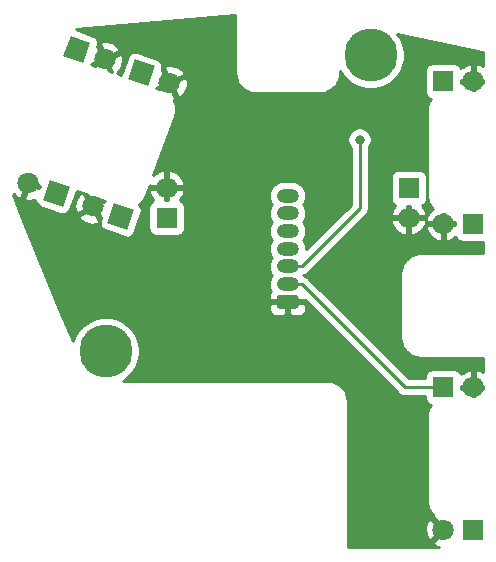
<source format=gbr>
%TF.GenerationSoftware,KiCad,Pcbnew,5.1.6-c6e7f7d~86~ubuntu18.04.1*%
%TF.CreationDate,2021-04-26T01:41:27-07:00*%
%TF.ProjectId,thumb_cluster_left,7468756d-625f-4636-9c75-737465725f6c,rev?*%
%TF.SameCoordinates,Original*%
%TF.FileFunction,Copper,L1,Top*%
%TF.FilePolarity,Positive*%
%FSLAX46Y46*%
G04 Gerber Fmt 4.6, Leading zero omitted, Abs format (unit mm)*
G04 Created by KiCad (PCBNEW 5.1.6-c6e7f7d~86~ubuntu18.04.1) date 2021-04-26 01:41:27*
%MOMM*%
%LPD*%
G01*
G04 APERTURE LIST*
%TA.AperFunction,ComponentPad*%
%ADD10C,4.500000*%
%TD*%
%TA.AperFunction,ComponentPad*%
%ADD11O,1.870000X1.170000*%
%TD*%
%TA.AperFunction,ComponentPad*%
%ADD12C,0.100000*%
%TD*%
%TA.AperFunction,ComponentPad*%
%ADD13C,1.800000*%
%TD*%
%TA.AperFunction,ComponentPad*%
%ADD14R,1.800000X1.800000*%
%TD*%
%TA.AperFunction,ViaPad*%
%ADD15C,0.800000*%
%TD*%
%TA.AperFunction,Conductor*%
%ADD16C,0.250000*%
%TD*%
%TA.AperFunction,Conductor*%
%ADD17C,0.254000*%
%TD*%
G04 APERTURE END LIST*
D10*
%TO.P,H2,1*%
%TO.N,GND*%
X164268872Y-66312121D03*
%TD*%
%TO.P,H1,1*%
%TO.N,GND*%
X141845155Y-91366078D03*
%TD*%
D11*
%TO.P,J1,7*%
%TO.N,GND*%
X157250000Y-78200000D03*
%TO.P,J1,6*%
%TO.N,C5*%
X157250000Y-79700000D03*
%TO.P,J1,5*%
%TO.N,C4*%
X157250000Y-81200000D03*
%TO.P,J1,4*%
%TO.N,C3*%
X157250000Y-82700000D03*
%TO.P,J1,3*%
%TO.N,C2*%
X157250000Y-84200000D03*
%TO.P,J1,2*%
%TO.N,C1*%
X157250000Y-85700000D03*
%TO.P,J1,1*%
%TO.N,+5V*%
%TA.AperFunction,ComponentPad*%
G36*
G01*
X157935001Y-87785000D02*
X156564999Y-87785000D01*
G75*
G02*
X156315000Y-87535001I0J249999D01*
G01*
X156315000Y-86864999D01*
G75*
G02*
X156564999Y-86615000I249999J0D01*
G01*
X157935001Y-86615000D01*
G75*
G02*
X158185000Y-86864999I0J-249999D01*
G01*
X158185000Y-87535001D01*
G75*
G02*
X157935001Y-87785000I-249999J0D01*
G01*
G37*
%TD.AperFunction*%
%TD*%
%TA.AperFunction,ComponentPad*%
D12*
%TO.P,IR4,1*%
%TO.N,Net-(IR4-Pad1)*%
G36*
X144275062Y-79441739D02*
G01*
X143659426Y-81133185D01*
X141967980Y-80517549D01*
X142583616Y-78826103D01*
X144275062Y-79441739D01*
G37*
%TD.AperFunction*%
D13*
%TO.P,IR4,2*%
%TO.N,+5V*%
X140734702Y-79110913D03*
%TD*%
%TA.AperFunction,ComponentPad*%
D12*
%TO.P,PT4,1*%
%TO.N,C4*%
G36*
X143702505Y-68325523D02*
G01*
X144318141Y-66634077D01*
X146009587Y-67249713D01*
X145393951Y-68941159D01*
X143702505Y-68325523D01*
G37*
%TD.AperFunction*%
D13*
%TO.P,PT4,2*%
%TO.N,+5V*%
X147242865Y-68656349D03*
%TD*%
%TA.AperFunction,ComponentPad*%
D12*
%TO.P,PT5,1*%
%TO.N,C5*%
G36*
X138252286Y-66341805D02*
G01*
X138867922Y-64650359D01*
X140559368Y-65265995D01*
X139943732Y-66957441D01*
X138252286Y-66341805D01*
G37*
%TD.AperFunction*%
D13*
%TO.P,PT5,2*%
%TO.N,+5V*%
X141792646Y-66672631D03*
%TD*%
%TA.AperFunction,ComponentPad*%
D12*
%TO.P,IR5,1*%
%TO.N,Net-(IR5-Pad1)*%
G36*
X138824845Y-77458024D02*
G01*
X138209209Y-79149470D01*
X136517763Y-78533834D01*
X137133399Y-76842388D01*
X138824845Y-77458024D01*
G37*
%TD.AperFunction*%
D13*
%TO.P,IR5,2*%
%TO.N,+5V*%
X135284485Y-77127198D03*
%TD*%
D14*
%TO.P,PT1,1*%
%TO.N,C1*%
X170429999Y-94422918D03*
D13*
%TO.P,PT1,2*%
%TO.N,+5V*%
X172969999Y-94422918D03*
%TD*%
D14*
%TO.P,IR2,1*%
%TO.N,Net-(IR2-Pad1)*%
X172969999Y-80574999D03*
D13*
%TO.P,IR2,2*%
%TO.N,+5V*%
X170429999Y-80574999D03*
%TD*%
D14*
%TO.P,PT3,1*%
%TO.N,C3*%
X147000000Y-80070000D03*
D13*
%TO.P,PT3,2*%
%TO.N,+5V*%
X147000000Y-77530000D03*
%TD*%
D14*
%TO.P,IR3,1*%
%TO.N,Net-(IR3-Pad1)*%
X167499999Y-77530000D03*
D13*
%TO.P,IR3,2*%
%TO.N,+5V*%
X167499999Y-80070000D03*
%TD*%
D14*
%TO.P,IR1,1*%
%TO.N,Net-(IR1-Pad1)*%
X172969999Y-106472918D03*
D13*
%TO.P,IR1,2*%
%TO.N,+5V*%
X170429999Y-106472918D03*
%TD*%
D14*
%TO.P,PT2,1*%
%TO.N,C2*%
X170429998Y-68524999D03*
D13*
%TO.P,PT2,2*%
%TO.N,+5V*%
X172969998Y-68524999D03*
%TD*%
D15*
%TO.N,C2*%
X163345154Y-73466079D03*
%TD*%
D16*
%TO.N,C5*%
X158011235Y-79700000D02*
X157250000Y-79700000D01*
%TO.N,C2*%
X158435000Y-84200000D02*
X157250000Y-84200000D01*
X163345155Y-79289845D02*
X158435000Y-84200000D01*
X163345155Y-74031765D02*
X163345155Y-79289845D01*
X163345154Y-73466079D02*
X163345155Y-74031765D01*
%TO.N,C1*%
X158450000Y-85700000D02*
X167172917Y-94422918D01*
X167172917Y-94422918D02*
X170429999Y-94422918D01*
X157249999Y-85699999D02*
X158450000Y-85700000D01*
%TD*%
D17*
%TO.N,+5V*%
G36*
X152814999Y-67836103D02*
G01*
X152818092Y-67867502D01*
X152818049Y-67873597D01*
X152819050Y-67883811D01*
X152839451Y-68077907D01*
X152852843Y-68143148D01*
X152865328Y-68208597D01*
X152868294Y-68218422D01*
X152926006Y-68404860D01*
X152951838Y-68466312D01*
X152976778Y-68528039D01*
X152981595Y-68537101D01*
X153074421Y-68708778D01*
X153111690Y-68764031D01*
X153148148Y-68819745D01*
X153154634Y-68827698D01*
X153279037Y-68978076D01*
X153326344Y-69025054D01*
X153372916Y-69072612D01*
X153380823Y-69079154D01*
X153532066Y-69202505D01*
X153587589Y-69239395D01*
X153642519Y-69277006D01*
X153651541Y-69281884D01*
X153651545Y-69281887D01*
X153651549Y-69281889D01*
X153823867Y-69373512D01*
X153885499Y-69398915D01*
X153946688Y-69425141D01*
X153956487Y-69428175D01*
X153956493Y-69428177D01*
X154143327Y-69484585D01*
X154208687Y-69497527D01*
X154273835Y-69511374D01*
X154284041Y-69512447D01*
X154478276Y-69531492D01*
X154478277Y-69531492D01*
X154513895Y-69535000D01*
X159986105Y-69534997D01*
X160017495Y-69531905D01*
X160023599Y-69531948D01*
X160033812Y-69530947D01*
X160227908Y-69510546D01*
X160293156Y-69497153D01*
X160358597Y-69484669D01*
X160368422Y-69481703D01*
X160554860Y-69423991D01*
X160616312Y-69398159D01*
X160678039Y-69373219D01*
X160687101Y-69368402D01*
X160858778Y-69275576D01*
X160914059Y-69238288D01*
X160969746Y-69201847D01*
X160977699Y-69195362D01*
X161128076Y-69070959D01*
X161175054Y-69023652D01*
X161222611Y-68977081D01*
X161229153Y-68969174D01*
X161352503Y-68817932D01*
X161389382Y-68762424D01*
X161427004Y-68707479D01*
X161431885Y-68698452D01*
X161523510Y-68526131D01*
X161548909Y-68464510D01*
X161575140Y-68403307D01*
X161578175Y-68393504D01*
X161634583Y-68206668D01*
X161647529Y-68141283D01*
X161661371Y-68076163D01*
X161662444Y-68065957D01*
X161681071Y-67875988D01*
X161684999Y-67836105D01*
X161684999Y-67612968D01*
X161712218Y-67678681D01*
X162027946Y-68151201D01*
X162429792Y-68553047D01*
X162902312Y-68868775D01*
X163427349Y-69086252D01*
X163984724Y-69197121D01*
X164553020Y-69197121D01*
X165110395Y-69086252D01*
X165635432Y-68868775D01*
X166107952Y-68553047D01*
X166509798Y-68151201D01*
X166825526Y-67678681D01*
X167043003Y-67153644D01*
X167153872Y-66596269D01*
X167153872Y-66027973D01*
X167043003Y-65470598D01*
X166825526Y-64945561D01*
X166514936Y-64480730D01*
X173667277Y-66028450D01*
X173680904Y-66030023D01*
X173741611Y-66040811D01*
X173752792Y-66045165D01*
X173762911Y-66051606D01*
X173771586Y-66059889D01*
X173778492Y-66069707D01*
X173783357Y-66080674D01*
X173786000Y-66092376D01*
X173787099Y-66133733D01*
X173786253Y-66142685D01*
X173789999Y-67101740D01*
X173789999Y-67221161D01*
X173770790Y-67206737D01*
X173498223Y-67075840D01*
X173335904Y-67026602D01*
X173096998Y-67147163D01*
X173096998Y-68218391D01*
X172984139Y-68331250D01*
X173163747Y-68510858D01*
X173276606Y-68397999D01*
X173790000Y-68397999D01*
X173790001Y-68651999D01*
X173276606Y-68651999D01*
X173163747Y-68539140D01*
X172984139Y-68718748D01*
X173096998Y-68831607D01*
X173096998Y-69289999D01*
X172842998Y-69289999D01*
X172842998Y-68831607D01*
X172955857Y-68718748D01*
X172776249Y-68539140D01*
X172663390Y-68651999D01*
X171968070Y-68651999D01*
X171968070Y-68397999D01*
X172663390Y-68397999D01*
X172776249Y-68510858D01*
X172955857Y-68331250D01*
X172842998Y-68218391D01*
X172842998Y-67147163D01*
X172604092Y-67026602D01*
X172318800Y-67126778D01*
X172058533Y-67280687D01*
X171977694Y-67353087D01*
X171969576Y-67344969D01*
X171922811Y-67391734D01*
X171919500Y-67380819D01*
X171860535Y-67270505D01*
X171781183Y-67173814D01*
X171684492Y-67094462D01*
X171574178Y-67035497D01*
X171454480Y-66999187D01*
X171329998Y-66986927D01*
X169529998Y-66986927D01*
X169405516Y-66999187D01*
X169285818Y-67035497D01*
X169175504Y-67094462D01*
X169078813Y-67173814D01*
X168999461Y-67270505D01*
X168940496Y-67380819D01*
X168904186Y-67500517D01*
X168891926Y-67624999D01*
X168891926Y-69424999D01*
X168904186Y-69549481D01*
X168940496Y-69669179D01*
X168999461Y-69779493D01*
X169078813Y-69876184D01*
X169175504Y-69955536D01*
X169285818Y-70014501D01*
X169353844Y-70035136D01*
X169335605Y-70062589D01*
X169297991Y-70117523D01*
X169293109Y-70126550D01*
X169201485Y-70298870D01*
X169176087Y-70360491D01*
X169149858Y-70421689D01*
X169146823Y-70431492D01*
X169090414Y-70618328D01*
X169077471Y-70683696D01*
X169063625Y-70748837D01*
X169062552Y-70759043D01*
X169043507Y-70953277D01*
X169043507Y-70953286D01*
X169040000Y-70988894D01*
X169039999Y-78111103D01*
X169043092Y-78142502D01*
X169043049Y-78148597D01*
X169044050Y-78158811D01*
X169064451Y-78352907D01*
X169077848Y-78418172D01*
X169090329Y-78483598D01*
X169093295Y-78493423D01*
X169151006Y-78679860D01*
X169176840Y-78741317D01*
X169201776Y-78803035D01*
X169206592Y-78812093D01*
X169206594Y-78812098D01*
X169206597Y-78812102D01*
X169299419Y-78983773D01*
X169336659Y-79038984D01*
X169373147Y-79094744D01*
X169379633Y-79102697D01*
X169504036Y-79253075D01*
X169551328Y-79300038D01*
X169558309Y-79307166D01*
X169518534Y-79330687D01*
X169293294Y-79532414D01*
X169111737Y-79774207D01*
X168980840Y-80046774D01*
X168931602Y-80209093D01*
X169052163Y-80447999D01*
X170302999Y-80447999D01*
X170302999Y-79739860D01*
X170368326Y-79759583D01*
X170433718Y-79772531D01*
X170498834Y-79786372D01*
X170509040Y-79787445D01*
X170556999Y-79792147D01*
X170556999Y-80268391D01*
X170444140Y-80381250D01*
X170623748Y-80560858D01*
X170736607Y-80447999D01*
X171431927Y-80447999D01*
X171431927Y-80701999D01*
X170736607Y-80701999D01*
X170623748Y-80589140D01*
X170444140Y-80768748D01*
X170556999Y-80881607D01*
X170556999Y-81952835D01*
X170795905Y-82073396D01*
X171081197Y-81973220D01*
X171341464Y-81819311D01*
X171422303Y-81746911D01*
X171430421Y-81755029D01*
X171477186Y-81708264D01*
X171480497Y-81719179D01*
X171539462Y-81829493D01*
X171618814Y-81926184D01*
X171715505Y-82005536D01*
X171825819Y-82064501D01*
X171945517Y-82100811D01*
X172069999Y-82113071D01*
X173789999Y-82113071D01*
X173789999Y-83063959D01*
X168488895Y-83063959D01*
X168457496Y-83067052D01*
X168451402Y-83067009D01*
X168441188Y-83068010D01*
X168247091Y-83088411D01*
X168181843Y-83101804D01*
X168116402Y-83114288D01*
X168106577Y-83117254D01*
X167920139Y-83174966D01*
X167858720Y-83200784D01*
X167796962Y-83225736D01*
X167787901Y-83230554D01*
X167616224Y-83323379D01*
X167560977Y-83360644D01*
X167505252Y-83397109D01*
X167497299Y-83403595D01*
X167346921Y-83527999D01*
X167299944Y-83575305D01*
X167252387Y-83621876D01*
X167245845Y-83629783D01*
X167122495Y-83781025D01*
X167085608Y-83836544D01*
X167047994Y-83891479D01*
X167043112Y-83900506D01*
X166951487Y-84072828D01*
X166926086Y-84134455D01*
X166899859Y-84195648D01*
X166896824Y-84205451D01*
X166840415Y-84392287D01*
X166827467Y-84457679D01*
X166813626Y-84522795D01*
X166812553Y-84533001D01*
X166793508Y-84727235D01*
X166790000Y-84762854D01*
X166789999Y-90235063D01*
X166793092Y-90266462D01*
X166793049Y-90272557D01*
X166794050Y-90282771D01*
X166814451Y-90476867D01*
X166827844Y-90542111D01*
X166840327Y-90607554D01*
X166843293Y-90617378D01*
X166901004Y-90803816D01*
X166926836Y-90865270D01*
X166951777Y-90926999D01*
X166956594Y-90936061D01*
X167049420Y-91107738D01*
X167086689Y-91162991D01*
X167123147Y-91218705D01*
X167129633Y-91226658D01*
X167254036Y-91377036D01*
X167301343Y-91424014D01*
X167347915Y-91471572D01*
X167355822Y-91478114D01*
X167507065Y-91601465D01*
X167562588Y-91638355D01*
X167617518Y-91675966D01*
X167626540Y-91680844D01*
X167626544Y-91680847D01*
X167626548Y-91680849D01*
X167798866Y-91772472D01*
X167860498Y-91797875D01*
X167921687Y-91824101D01*
X167931486Y-91827135D01*
X167931492Y-91827137D01*
X168118326Y-91883545D01*
X168183718Y-91896493D01*
X168248834Y-91910334D01*
X168259040Y-91911407D01*
X168453273Y-91930452D01*
X168453287Y-91930452D01*
X168488895Y-91933959D01*
X173789999Y-91933957D01*
X173790000Y-93119079D01*
X173770791Y-93104656D01*
X173498224Y-92973759D01*
X173335905Y-92924521D01*
X173096999Y-93045082D01*
X173096999Y-94116310D01*
X172984140Y-94229169D01*
X173163748Y-94408777D01*
X173276607Y-94295918D01*
X173790000Y-94295918D01*
X173790000Y-94549918D01*
X173276607Y-94549918D01*
X173163748Y-94437059D01*
X172984140Y-94616667D01*
X173096999Y-94729526D01*
X173096999Y-95187918D01*
X172842999Y-95187918D01*
X172842999Y-94729526D01*
X172955858Y-94616667D01*
X172776250Y-94437059D01*
X172663391Y-94549918D01*
X171968071Y-94549918D01*
X171968071Y-94295918D01*
X172663391Y-94295918D01*
X172776250Y-94408777D01*
X172955858Y-94229169D01*
X172842999Y-94116310D01*
X172842999Y-93045082D01*
X172604093Y-92924521D01*
X172318801Y-93024697D01*
X172058534Y-93178606D01*
X171977695Y-93251006D01*
X171969577Y-93242888D01*
X171922812Y-93289653D01*
X171919501Y-93278738D01*
X171860536Y-93168424D01*
X171781184Y-93071733D01*
X171684493Y-92992381D01*
X171574179Y-92933416D01*
X171454481Y-92897106D01*
X171329999Y-92884846D01*
X169529999Y-92884846D01*
X169405517Y-92897106D01*
X169285819Y-92933416D01*
X169175505Y-92992381D01*
X169078814Y-93071733D01*
X168999462Y-93168424D01*
X168940497Y-93278738D01*
X168904187Y-93398436D01*
X168891927Y-93522918D01*
X168891927Y-93662918D01*
X167487719Y-93662918D01*
X159013799Y-85188998D01*
X158990001Y-85160000D01*
X158941284Y-85120019D01*
X158874276Y-85065026D01*
X158742246Y-84994454D01*
X158598986Y-84950998D01*
X158581358Y-84949262D01*
X158583986Y-84949003D01*
X158727247Y-84905546D01*
X158859276Y-84834974D01*
X158975001Y-84740001D01*
X158998804Y-84710997D01*
X163273895Y-80435906D01*
X166001602Y-80435906D01*
X166101778Y-80721198D01*
X166255687Y-80981465D01*
X166457414Y-81206705D01*
X166699207Y-81388262D01*
X166971774Y-81519159D01*
X167134093Y-81568397D01*
X167372999Y-81447836D01*
X167372999Y-80197000D01*
X167626999Y-80197000D01*
X167626999Y-81447836D01*
X167865905Y-81568397D01*
X168151197Y-81468221D01*
X168411464Y-81314312D01*
X168636704Y-81112585D01*
X168765614Y-80940905D01*
X168931602Y-80940905D01*
X169031778Y-81226197D01*
X169185687Y-81486464D01*
X169387414Y-81711704D01*
X169629207Y-81893261D01*
X169901774Y-82024158D01*
X170064093Y-82073396D01*
X170302999Y-81952835D01*
X170302999Y-80701999D01*
X169052163Y-80701999D01*
X168931602Y-80940905D01*
X168765614Y-80940905D01*
X168818261Y-80870792D01*
X168949158Y-80598225D01*
X168998396Y-80435906D01*
X168877835Y-80197000D01*
X167626999Y-80197000D01*
X167372999Y-80197000D01*
X166122163Y-80197000D01*
X166001602Y-80435906D01*
X163273895Y-80435906D01*
X163856158Y-79853644D01*
X163885156Y-79829846D01*
X163980129Y-79714121D01*
X164050701Y-79582092D01*
X164094158Y-79438831D01*
X164105155Y-79327178D01*
X164105155Y-79327170D01*
X164108831Y-79289845D01*
X164105155Y-79252520D01*
X164105155Y-76630000D01*
X165961927Y-76630000D01*
X165961927Y-78430000D01*
X165974187Y-78554482D01*
X166010497Y-78674180D01*
X166069462Y-78784494D01*
X166148814Y-78881185D01*
X166245505Y-78960537D01*
X166355819Y-79019502D01*
X166366734Y-79022813D01*
X166319969Y-79069578D01*
X166326632Y-79076241D01*
X166181737Y-79269208D01*
X166050840Y-79541775D01*
X166001602Y-79704094D01*
X166122163Y-79943000D01*
X167193391Y-79943000D01*
X167306250Y-80055859D01*
X167485858Y-79876251D01*
X167372999Y-79763392D01*
X167372999Y-79068072D01*
X167626999Y-79068072D01*
X167626999Y-79763392D01*
X167514140Y-79876251D01*
X167693748Y-80055859D01*
X167806607Y-79943000D01*
X168877835Y-79943000D01*
X168998396Y-79704094D01*
X168898220Y-79418802D01*
X168744311Y-79158535D01*
X168671911Y-79077696D01*
X168680029Y-79069578D01*
X168633264Y-79022813D01*
X168644179Y-79019502D01*
X168754493Y-78960537D01*
X168851184Y-78881185D01*
X168930536Y-78784494D01*
X168989501Y-78674180D01*
X169025811Y-78554482D01*
X169038071Y-78430000D01*
X169038071Y-76630000D01*
X169025811Y-76505518D01*
X168989501Y-76385820D01*
X168930536Y-76275506D01*
X168851184Y-76178815D01*
X168754493Y-76099463D01*
X168644179Y-76040498D01*
X168524481Y-76004188D01*
X168399999Y-75991928D01*
X166599999Y-75991928D01*
X166475517Y-76004188D01*
X166355819Y-76040498D01*
X166245505Y-76099463D01*
X166148814Y-76178815D01*
X166069462Y-76275506D01*
X166010497Y-76385820D01*
X165974187Y-76505518D01*
X165961927Y-76630000D01*
X164105155Y-76630000D01*
X164105155Y-74169789D01*
X164149091Y-74125853D01*
X164262359Y-73956335D01*
X164340380Y-73767977D01*
X164380154Y-73568018D01*
X164380154Y-73364140D01*
X164340380Y-73164181D01*
X164262359Y-72975823D01*
X164149091Y-72806305D01*
X164004928Y-72662142D01*
X163835410Y-72548874D01*
X163647052Y-72470853D01*
X163447093Y-72431079D01*
X163243215Y-72431079D01*
X163043256Y-72470853D01*
X162854898Y-72548874D01*
X162685380Y-72662142D01*
X162541217Y-72806305D01*
X162427949Y-72975823D01*
X162349928Y-73164181D01*
X162310154Y-73364140D01*
X162310154Y-73568018D01*
X162349928Y-73767977D01*
X162427949Y-73956335D01*
X162541217Y-74125853D01*
X162585155Y-74169791D01*
X162585156Y-78975042D01*
X158822156Y-82738043D01*
X158825903Y-82700000D01*
X158802348Y-82460838D01*
X158732587Y-82230867D01*
X158619301Y-82018925D01*
X158562736Y-81950000D01*
X158619301Y-81881075D01*
X158732587Y-81669133D01*
X158802348Y-81439162D01*
X158825903Y-81200000D01*
X158802348Y-80960838D01*
X158732587Y-80730867D01*
X158619301Y-80518925D01*
X158562736Y-80450000D01*
X158619301Y-80381075D01*
X158732587Y-80169133D01*
X158802348Y-79939162D01*
X158825903Y-79700000D01*
X158802348Y-79460838D01*
X158732587Y-79230867D01*
X158619301Y-79018925D01*
X158562736Y-78950000D01*
X158619301Y-78881075D01*
X158732587Y-78669133D01*
X158802348Y-78439162D01*
X158825903Y-78200000D01*
X158802348Y-77960838D01*
X158732587Y-77730867D01*
X158619301Y-77518925D01*
X158466844Y-77333156D01*
X158281075Y-77180699D01*
X158069133Y-77067413D01*
X157839162Y-76997652D01*
X157659935Y-76980000D01*
X156840065Y-76980000D01*
X156660838Y-76997652D01*
X156430867Y-77067413D01*
X156218925Y-77180699D01*
X156033156Y-77333156D01*
X155880699Y-77518925D01*
X155767413Y-77730867D01*
X155697652Y-77960838D01*
X155674097Y-78200000D01*
X155697652Y-78439162D01*
X155767413Y-78669133D01*
X155880699Y-78881075D01*
X155937264Y-78950000D01*
X155880699Y-79018925D01*
X155767413Y-79230867D01*
X155697652Y-79460838D01*
X155674097Y-79700000D01*
X155697652Y-79939162D01*
X155767413Y-80169133D01*
X155880699Y-80381075D01*
X155937264Y-80450000D01*
X155880699Y-80518925D01*
X155767413Y-80730867D01*
X155697652Y-80960838D01*
X155674097Y-81200000D01*
X155697652Y-81439162D01*
X155767413Y-81669133D01*
X155880699Y-81881075D01*
X155937264Y-81950000D01*
X155880699Y-82018925D01*
X155767413Y-82230867D01*
X155697652Y-82460838D01*
X155674097Y-82700000D01*
X155697652Y-82939162D01*
X155767413Y-83169133D01*
X155880699Y-83381075D01*
X155937264Y-83450000D01*
X155880699Y-83518925D01*
X155767413Y-83730867D01*
X155697652Y-83960838D01*
X155674097Y-84200000D01*
X155697652Y-84439162D01*
X155767413Y-84669133D01*
X155880699Y-84881075D01*
X155937264Y-84950000D01*
X155880699Y-85018925D01*
X155767413Y-85230867D01*
X155697652Y-85460838D01*
X155674097Y-85700000D01*
X155697652Y-85939162D01*
X155767413Y-86169133D01*
X155803714Y-86237048D01*
X155784463Y-86260506D01*
X155725498Y-86370820D01*
X155689188Y-86490518D01*
X155676928Y-86615000D01*
X155680000Y-86914250D01*
X155838750Y-87073000D01*
X157123000Y-87073000D01*
X157123000Y-87053000D01*
X157377000Y-87053000D01*
X157377000Y-87073000D01*
X158661250Y-87073000D01*
X158704724Y-87029526D01*
X166609118Y-94933921D01*
X166632916Y-94962919D01*
X166748641Y-95057892D01*
X166880670Y-95128464D01*
X167023931Y-95171921D01*
X167135584Y-95182918D01*
X167135593Y-95182918D01*
X167172916Y-95186594D01*
X167210239Y-95182918D01*
X168891927Y-95182918D01*
X168891927Y-95322918D01*
X168904187Y-95447400D01*
X168940497Y-95567098D01*
X168999462Y-95677412D01*
X169078814Y-95774103D01*
X169175505Y-95853455D01*
X169285819Y-95912420D01*
X169353844Y-95933055D01*
X169335607Y-95960503D01*
X169297993Y-96015438D01*
X169293111Y-96024465D01*
X169201486Y-96196787D01*
X169176085Y-96258414D01*
X169149858Y-96319607D01*
X169146823Y-96329410D01*
X169090414Y-96516246D01*
X169077466Y-96581638D01*
X169063625Y-96646754D01*
X169062552Y-96656960D01*
X169043507Y-96851194D01*
X169043507Y-96851226D01*
X169040002Y-96886813D01*
X169040001Y-104009022D01*
X169043094Y-104040421D01*
X169043051Y-104046516D01*
X169044052Y-104056730D01*
X169064453Y-104250826D01*
X169077850Y-104316091D01*
X169090331Y-104381517D01*
X169093297Y-104391342D01*
X169151008Y-104577779D01*
X169176842Y-104639236D01*
X169201778Y-104700954D01*
X169206594Y-104710012D01*
X169206596Y-104710017D01*
X169206599Y-104710021D01*
X169299421Y-104881692D01*
X169336680Y-104936932D01*
X169373151Y-104992664D01*
X169379636Y-105000617D01*
X169504039Y-105150994D01*
X169551346Y-105197972D01*
X169597917Y-105245529D01*
X169598996Y-105246422D01*
X169545524Y-105408838D01*
X170429999Y-106293313D01*
X170444142Y-106279171D01*
X170623747Y-106458776D01*
X170609604Y-106472918D01*
X170623747Y-106487061D01*
X170444142Y-106666666D01*
X170429999Y-106652523D01*
X169545524Y-107536998D01*
X169629207Y-107791179D01*
X169901774Y-107922076D01*
X170055459Y-107961542D01*
X162334998Y-107958645D01*
X162334998Y-106539471D01*
X168889008Y-106539471D01*
X168931602Y-106838825D01*
X169031777Y-107124117D01*
X169111738Y-107273710D01*
X169365919Y-107357393D01*
X170250394Y-106472918D01*
X169365919Y-105588443D01*
X169111738Y-105672126D01*
X168980841Y-105944693D01*
X168905634Y-106237560D01*
X168889008Y-106539471D01*
X162334998Y-106539471D01*
X162335000Y-95563896D01*
X162331907Y-95532497D01*
X162331950Y-95526402D01*
X162330949Y-95516188D01*
X162310548Y-95322091D01*
X162297155Y-95256843D01*
X162284671Y-95191402D01*
X162281705Y-95181577D01*
X162223993Y-94995139D01*
X162198156Y-94933676D01*
X162173221Y-94871960D01*
X162168404Y-94862899D01*
X162075578Y-94691221D01*
X162038297Y-94635951D01*
X162001851Y-94580255D01*
X161995365Y-94572302D01*
X161870962Y-94421923D01*
X161823655Y-94374945D01*
X161777083Y-94327387D01*
X161769176Y-94320845D01*
X161617933Y-94197494D01*
X161562458Y-94160637D01*
X161507481Y-94122993D01*
X161498454Y-94118112D01*
X161326132Y-94026487D01*
X161264529Y-94001096D01*
X161203311Y-93974858D01*
X161193508Y-93971823D01*
X161006672Y-93915414D01*
X160941304Y-93902471D01*
X160876163Y-93888625D01*
X160865957Y-93887552D01*
X160671723Y-93868507D01*
X160671712Y-93868507D01*
X160636104Y-93865000D01*
X143298117Y-93865000D01*
X143684235Y-93607004D01*
X144086081Y-93205158D01*
X144401809Y-92732638D01*
X144619286Y-92207601D01*
X144730155Y-91650226D01*
X144730155Y-91081930D01*
X144619286Y-90524555D01*
X144401809Y-89999518D01*
X144086081Y-89526998D01*
X143684235Y-89125152D01*
X143211715Y-88809424D01*
X142686678Y-88591947D01*
X142129303Y-88481078D01*
X141561007Y-88481078D01*
X141003632Y-88591947D01*
X140478595Y-88809424D01*
X140006075Y-89125152D01*
X139604229Y-89526998D01*
X139288501Y-89999518D01*
X139071024Y-90524555D01*
X139065493Y-90552363D01*
X137934093Y-87785000D01*
X155676928Y-87785000D01*
X155689188Y-87909482D01*
X155725498Y-88029180D01*
X155784463Y-88139494D01*
X155863815Y-88236185D01*
X155960506Y-88315537D01*
X156070820Y-88374502D01*
X156190518Y-88410812D01*
X156315000Y-88423072D01*
X156964250Y-88420000D01*
X157123000Y-88261250D01*
X157123000Y-87327000D01*
X157377000Y-87327000D01*
X157377000Y-88261250D01*
X157535750Y-88420000D01*
X158185000Y-88423072D01*
X158309482Y-88410812D01*
X158429180Y-88374502D01*
X158539494Y-88315537D01*
X158636185Y-88236185D01*
X158715537Y-88139494D01*
X158774502Y-88029180D01*
X158810812Y-87909482D01*
X158823072Y-87785000D01*
X158820000Y-87485750D01*
X158661250Y-87327000D01*
X157377000Y-87327000D01*
X157123000Y-87327000D01*
X155838750Y-87327000D01*
X155680000Y-87485750D01*
X155676928Y-87785000D01*
X137934093Y-87785000D01*
X134714424Y-79909816D01*
X139604961Y-79909816D01*
X139620005Y-80176995D01*
X139849406Y-80373978D01*
X140112829Y-80522421D01*
X140400149Y-80616621D01*
X140700327Y-80652957D01*
X141001825Y-80630034D01*
X141167017Y-80591516D01*
X141313635Y-80367654D01*
X140688217Y-79284398D01*
X139604961Y-79909816D01*
X134714424Y-79909816D01*
X134050963Y-78287018D01*
X134028022Y-78223038D01*
X134026243Y-78211172D01*
X134026803Y-78199185D01*
X134037607Y-78155445D01*
X134067997Y-78071948D01*
X134081115Y-78092072D01*
X134292474Y-78308298D01*
X134428164Y-78410083D01*
X134693896Y-78378504D01*
X135121707Y-77203102D01*
X134470499Y-76966082D01*
X134557373Y-76727400D01*
X134789604Y-76811925D01*
X135090736Y-77113057D01*
X135270344Y-76933449D01*
X135233327Y-76896432D01*
X135426790Y-76364895D01*
X135665472Y-76451768D01*
X135599758Y-76632317D01*
X135298626Y-76933449D01*
X135478234Y-77113057D01*
X135515251Y-77076040D01*
X136269426Y-77350537D01*
X136182552Y-77589219D01*
X135779366Y-77442471D01*
X135478234Y-77141339D01*
X135298626Y-77320947D01*
X135335643Y-77357964D01*
X134932578Y-78465377D01*
X135115842Y-78660378D01*
X135418191Y-78663819D01*
X135715402Y-78608208D01*
X135881390Y-78541656D01*
X135880298Y-78561666D01*
X135897977Y-78685495D01*
X135939473Y-78803495D01*
X136003193Y-78911132D01*
X136086688Y-79004270D01*
X136186748Y-79079329D01*
X136299530Y-79133426D01*
X137990976Y-79749062D01*
X138112143Y-79780116D01*
X138237041Y-79786935D01*
X138360870Y-79769256D01*
X138478870Y-79727760D01*
X138586507Y-79664040D01*
X138679645Y-79580545D01*
X138754704Y-79480485D01*
X138808801Y-79367703D01*
X139378265Y-77803114D01*
X139876629Y-77984504D01*
X139668620Y-77996216D01*
X139471637Y-78225617D01*
X139323194Y-78489040D01*
X139228994Y-78776360D01*
X139192658Y-79076538D01*
X139215581Y-79378036D01*
X139254099Y-79543228D01*
X139477961Y-79689846D01*
X140561217Y-79064428D01*
X139953976Y-78012656D01*
X140325299Y-78147806D01*
X140761931Y-78904076D01*
X140748843Y-78917164D01*
X140928451Y-79096772D01*
X141463240Y-78561983D01*
X141755335Y-78668297D01*
X140941539Y-79138142D01*
X140928451Y-79125054D01*
X140748843Y-79304662D01*
X141327021Y-79882840D01*
X141445366Y-80087820D01*
X141368388Y-80299316D01*
X141337334Y-80420483D01*
X141330515Y-80545381D01*
X141348194Y-80669210D01*
X141389690Y-80787210D01*
X141453410Y-80894847D01*
X141536905Y-80987985D01*
X141636965Y-81063044D01*
X141749747Y-81117141D01*
X143441193Y-81732777D01*
X143562360Y-81763831D01*
X143687258Y-81770650D01*
X143811087Y-81752971D01*
X143929087Y-81711475D01*
X144036724Y-81647755D01*
X144129862Y-81564260D01*
X144204921Y-81464200D01*
X144259018Y-81351418D01*
X144874654Y-79659972D01*
X144905708Y-79538805D01*
X144912527Y-79413907D01*
X144894848Y-79290078D01*
X144853352Y-79172078D01*
X144852122Y-79170000D01*
X145461928Y-79170000D01*
X145461928Y-80970000D01*
X145474188Y-81094482D01*
X145510498Y-81214180D01*
X145569463Y-81324494D01*
X145648815Y-81421185D01*
X145745506Y-81500537D01*
X145855820Y-81559502D01*
X145975518Y-81595812D01*
X146100000Y-81608072D01*
X147900000Y-81608072D01*
X148024482Y-81595812D01*
X148144180Y-81559502D01*
X148254494Y-81500537D01*
X148351185Y-81421185D01*
X148430537Y-81324494D01*
X148489502Y-81214180D01*
X148525812Y-81094482D01*
X148538072Y-80970000D01*
X148538072Y-79170000D01*
X148525812Y-79045518D01*
X148489502Y-78925820D01*
X148430537Y-78815506D01*
X148351185Y-78718815D01*
X148254494Y-78639463D01*
X148144180Y-78580498D01*
X148133265Y-78577187D01*
X148180030Y-78530422D01*
X148173367Y-78523759D01*
X148318262Y-78330792D01*
X148449159Y-78058225D01*
X148498397Y-77895906D01*
X148377836Y-77657000D01*
X147306608Y-77657000D01*
X147193749Y-77544141D01*
X147014141Y-77723749D01*
X147127000Y-77836608D01*
X147127000Y-78531928D01*
X146873000Y-78531928D01*
X146873000Y-77836608D01*
X146985859Y-77723749D01*
X146806251Y-77544141D01*
X146693392Y-77657000D01*
X145622164Y-77657000D01*
X145501603Y-77895906D01*
X145601779Y-78181198D01*
X145755688Y-78441465D01*
X145828088Y-78522304D01*
X145819970Y-78530422D01*
X145866735Y-78577187D01*
X145855820Y-78580498D01*
X145745506Y-78639463D01*
X145648815Y-78718815D01*
X145569463Y-78815506D01*
X145510498Y-78925820D01*
X145474188Y-79045518D01*
X145461928Y-79170000D01*
X144852122Y-79170000D01*
X144789632Y-79064441D01*
X144706137Y-78971303D01*
X144649274Y-78928647D01*
X144675752Y-78909126D01*
X144729935Y-78870335D01*
X144737609Y-78863521D01*
X144882645Y-78732931D01*
X144927614Y-78683684D01*
X144973167Y-78635174D01*
X144979368Y-78627005D01*
X144979371Y-78627002D01*
X144979373Y-78626999D01*
X145096281Y-78470725D01*
X145130809Y-78413712D01*
X145166090Y-78357251D01*
X145170589Y-78348028D01*
X145254918Y-78172021D01*
X145254927Y-78171996D01*
X145270395Y-78139748D01*
X145573586Y-77306737D01*
X145622164Y-77403000D01*
X146873000Y-77403000D01*
X146873000Y-76152164D01*
X147127000Y-76152164D01*
X147127000Y-77403000D01*
X148377836Y-77403000D01*
X148498397Y-77164094D01*
X148398221Y-76878802D01*
X148244312Y-76618535D01*
X148042585Y-76393295D01*
X147800792Y-76211738D01*
X147528225Y-76080841D01*
X147365906Y-76031603D01*
X147127000Y-76152164D01*
X146873000Y-76152164D01*
X146634094Y-76031603D01*
X146348802Y-76131779D01*
X146088535Y-76285688D01*
X145875906Y-76476121D01*
X147706334Y-71447061D01*
X147714165Y-71416506D01*
X147716292Y-71410787D01*
X147718844Y-71400847D01*
X147766059Y-71211480D01*
X147775797Y-71145537D01*
X147786441Y-71079818D01*
X147787014Y-71069571D01*
X147796548Y-70874639D01*
X147793294Y-70808097D01*
X147790969Y-70741523D01*
X147789541Y-70731361D01*
X147761030Y-70538289D01*
X147744906Y-70473621D01*
X147729702Y-70408798D01*
X147726328Y-70399107D01*
X147660860Y-70215250D01*
X147632475Y-70154929D01*
X147604976Y-70094306D01*
X147604267Y-70093097D01*
X147710063Y-69958765D01*
X147204417Y-68874405D01*
X147228724Y-68850098D01*
X147096404Y-68717778D01*
X147411639Y-68717778D01*
X147940265Y-69851420D01*
X148207738Y-69859719D01*
X148423965Y-69648359D01*
X148594802Y-69398877D01*
X148713685Y-69120860D01*
X148776045Y-68824991D01*
X148779487Y-68522642D01*
X148755512Y-68354723D01*
X148545281Y-68189151D01*
X147411639Y-68717778D01*
X147096404Y-68717778D01*
X147049116Y-68670490D01*
X146643762Y-69075844D01*
X146431130Y-69174996D01*
X146093583Y-69052139D01*
X147024809Y-68617901D01*
X147049116Y-68642208D01*
X147228724Y-68462600D01*
X146823369Y-68057245D01*
X146582612Y-67540939D01*
X146609179Y-67467946D01*
X146638399Y-67353933D01*
X146775667Y-67353933D01*
X147304294Y-68487575D01*
X148437936Y-67958949D01*
X148446235Y-67691476D01*
X148234875Y-67475249D01*
X147985393Y-67304412D01*
X147707376Y-67185529D01*
X147411507Y-67123169D01*
X147109158Y-67119727D01*
X146941239Y-67143702D01*
X146775667Y-67353933D01*
X146638399Y-67353933D01*
X146640233Y-67346779D01*
X146647052Y-67221881D01*
X146629373Y-67098052D01*
X146587877Y-66980052D01*
X146524157Y-66872415D01*
X146440662Y-66779277D01*
X146340602Y-66704218D01*
X146227820Y-66650121D01*
X144536374Y-66034485D01*
X144415207Y-66003431D01*
X144290309Y-65996612D01*
X144166480Y-66014291D01*
X144048480Y-66055787D01*
X143940843Y-66119507D01*
X143847705Y-66203002D01*
X143772646Y-66303062D01*
X143718549Y-66415844D01*
X143149086Y-67980431D01*
X142785913Y-67848246D01*
X142973746Y-67664641D01*
X143144583Y-67415159D01*
X143263466Y-67137142D01*
X143325826Y-66841273D01*
X143329268Y-66538924D01*
X143305293Y-66371005D01*
X143095062Y-66205433D01*
X141961420Y-66734060D01*
X142418639Y-67714570D01*
X142081092Y-67591713D01*
X141754198Y-66890687D01*
X141778505Y-66866380D01*
X141598897Y-66686772D01*
X141193543Y-67092126D01*
X140980909Y-67191279D01*
X140643362Y-67068422D01*
X141574590Y-66634183D01*
X141598897Y-66658490D01*
X141778505Y-66478882D01*
X141373150Y-66073527D01*
X141132393Y-65557221D01*
X141158960Y-65484228D01*
X141188180Y-65370215D01*
X141325448Y-65370215D01*
X141854075Y-66503857D01*
X142987717Y-65975231D01*
X142996016Y-65707758D01*
X142784656Y-65491531D01*
X142535174Y-65320694D01*
X142257157Y-65201811D01*
X141961288Y-65139451D01*
X141658939Y-65136009D01*
X141491020Y-65159984D01*
X141325448Y-65370215D01*
X141188180Y-65370215D01*
X141190014Y-65363061D01*
X141196833Y-65238163D01*
X141179154Y-65114334D01*
X141137658Y-64996334D01*
X141073938Y-64888697D01*
X140990443Y-64795559D01*
X140890383Y-64720500D01*
X140777601Y-64666403D01*
X139313140Y-64133383D01*
X152815000Y-62922747D01*
X152814999Y-67836103D01*
G37*
X152814999Y-67836103D02*
X152818092Y-67867502D01*
X152818049Y-67873597D01*
X152819050Y-67883811D01*
X152839451Y-68077907D01*
X152852843Y-68143148D01*
X152865328Y-68208597D01*
X152868294Y-68218422D01*
X152926006Y-68404860D01*
X152951838Y-68466312D01*
X152976778Y-68528039D01*
X152981595Y-68537101D01*
X153074421Y-68708778D01*
X153111690Y-68764031D01*
X153148148Y-68819745D01*
X153154634Y-68827698D01*
X153279037Y-68978076D01*
X153326344Y-69025054D01*
X153372916Y-69072612D01*
X153380823Y-69079154D01*
X153532066Y-69202505D01*
X153587589Y-69239395D01*
X153642519Y-69277006D01*
X153651541Y-69281884D01*
X153651545Y-69281887D01*
X153651549Y-69281889D01*
X153823867Y-69373512D01*
X153885499Y-69398915D01*
X153946688Y-69425141D01*
X153956487Y-69428175D01*
X153956493Y-69428177D01*
X154143327Y-69484585D01*
X154208687Y-69497527D01*
X154273835Y-69511374D01*
X154284041Y-69512447D01*
X154478276Y-69531492D01*
X154478277Y-69531492D01*
X154513895Y-69535000D01*
X159986105Y-69534997D01*
X160017495Y-69531905D01*
X160023599Y-69531948D01*
X160033812Y-69530947D01*
X160227908Y-69510546D01*
X160293156Y-69497153D01*
X160358597Y-69484669D01*
X160368422Y-69481703D01*
X160554860Y-69423991D01*
X160616312Y-69398159D01*
X160678039Y-69373219D01*
X160687101Y-69368402D01*
X160858778Y-69275576D01*
X160914059Y-69238288D01*
X160969746Y-69201847D01*
X160977699Y-69195362D01*
X161128076Y-69070959D01*
X161175054Y-69023652D01*
X161222611Y-68977081D01*
X161229153Y-68969174D01*
X161352503Y-68817932D01*
X161389382Y-68762424D01*
X161427004Y-68707479D01*
X161431885Y-68698452D01*
X161523510Y-68526131D01*
X161548909Y-68464510D01*
X161575140Y-68403307D01*
X161578175Y-68393504D01*
X161634583Y-68206668D01*
X161647529Y-68141283D01*
X161661371Y-68076163D01*
X161662444Y-68065957D01*
X161681071Y-67875988D01*
X161684999Y-67836105D01*
X161684999Y-67612968D01*
X161712218Y-67678681D01*
X162027946Y-68151201D01*
X162429792Y-68553047D01*
X162902312Y-68868775D01*
X163427349Y-69086252D01*
X163984724Y-69197121D01*
X164553020Y-69197121D01*
X165110395Y-69086252D01*
X165635432Y-68868775D01*
X166107952Y-68553047D01*
X166509798Y-68151201D01*
X166825526Y-67678681D01*
X167043003Y-67153644D01*
X167153872Y-66596269D01*
X167153872Y-66027973D01*
X167043003Y-65470598D01*
X166825526Y-64945561D01*
X166514936Y-64480730D01*
X173667277Y-66028450D01*
X173680904Y-66030023D01*
X173741611Y-66040811D01*
X173752792Y-66045165D01*
X173762911Y-66051606D01*
X173771586Y-66059889D01*
X173778492Y-66069707D01*
X173783357Y-66080674D01*
X173786000Y-66092376D01*
X173787099Y-66133733D01*
X173786253Y-66142685D01*
X173789999Y-67101740D01*
X173789999Y-67221161D01*
X173770790Y-67206737D01*
X173498223Y-67075840D01*
X173335904Y-67026602D01*
X173096998Y-67147163D01*
X173096998Y-68218391D01*
X172984139Y-68331250D01*
X173163747Y-68510858D01*
X173276606Y-68397999D01*
X173790000Y-68397999D01*
X173790001Y-68651999D01*
X173276606Y-68651999D01*
X173163747Y-68539140D01*
X172984139Y-68718748D01*
X173096998Y-68831607D01*
X173096998Y-69289999D01*
X172842998Y-69289999D01*
X172842998Y-68831607D01*
X172955857Y-68718748D01*
X172776249Y-68539140D01*
X172663390Y-68651999D01*
X171968070Y-68651999D01*
X171968070Y-68397999D01*
X172663390Y-68397999D01*
X172776249Y-68510858D01*
X172955857Y-68331250D01*
X172842998Y-68218391D01*
X172842998Y-67147163D01*
X172604092Y-67026602D01*
X172318800Y-67126778D01*
X172058533Y-67280687D01*
X171977694Y-67353087D01*
X171969576Y-67344969D01*
X171922811Y-67391734D01*
X171919500Y-67380819D01*
X171860535Y-67270505D01*
X171781183Y-67173814D01*
X171684492Y-67094462D01*
X171574178Y-67035497D01*
X171454480Y-66999187D01*
X171329998Y-66986927D01*
X169529998Y-66986927D01*
X169405516Y-66999187D01*
X169285818Y-67035497D01*
X169175504Y-67094462D01*
X169078813Y-67173814D01*
X168999461Y-67270505D01*
X168940496Y-67380819D01*
X168904186Y-67500517D01*
X168891926Y-67624999D01*
X168891926Y-69424999D01*
X168904186Y-69549481D01*
X168940496Y-69669179D01*
X168999461Y-69779493D01*
X169078813Y-69876184D01*
X169175504Y-69955536D01*
X169285818Y-70014501D01*
X169353844Y-70035136D01*
X169335605Y-70062589D01*
X169297991Y-70117523D01*
X169293109Y-70126550D01*
X169201485Y-70298870D01*
X169176087Y-70360491D01*
X169149858Y-70421689D01*
X169146823Y-70431492D01*
X169090414Y-70618328D01*
X169077471Y-70683696D01*
X169063625Y-70748837D01*
X169062552Y-70759043D01*
X169043507Y-70953277D01*
X169043507Y-70953286D01*
X169040000Y-70988894D01*
X169039999Y-78111103D01*
X169043092Y-78142502D01*
X169043049Y-78148597D01*
X169044050Y-78158811D01*
X169064451Y-78352907D01*
X169077848Y-78418172D01*
X169090329Y-78483598D01*
X169093295Y-78493423D01*
X169151006Y-78679860D01*
X169176840Y-78741317D01*
X169201776Y-78803035D01*
X169206592Y-78812093D01*
X169206594Y-78812098D01*
X169206597Y-78812102D01*
X169299419Y-78983773D01*
X169336659Y-79038984D01*
X169373147Y-79094744D01*
X169379633Y-79102697D01*
X169504036Y-79253075D01*
X169551328Y-79300038D01*
X169558309Y-79307166D01*
X169518534Y-79330687D01*
X169293294Y-79532414D01*
X169111737Y-79774207D01*
X168980840Y-80046774D01*
X168931602Y-80209093D01*
X169052163Y-80447999D01*
X170302999Y-80447999D01*
X170302999Y-79739860D01*
X170368326Y-79759583D01*
X170433718Y-79772531D01*
X170498834Y-79786372D01*
X170509040Y-79787445D01*
X170556999Y-79792147D01*
X170556999Y-80268391D01*
X170444140Y-80381250D01*
X170623748Y-80560858D01*
X170736607Y-80447999D01*
X171431927Y-80447999D01*
X171431927Y-80701999D01*
X170736607Y-80701999D01*
X170623748Y-80589140D01*
X170444140Y-80768748D01*
X170556999Y-80881607D01*
X170556999Y-81952835D01*
X170795905Y-82073396D01*
X171081197Y-81973220D01*
X171341464Y-81819311D01*
X171422303Y-81746911D01*
X171430421Y-81755029D01*
X171477186Y-81708264D01*
X171480497Y-81719179D01*
X171539462Y-81829493D01*
X171618814Y-81926184D01*
X171715505Y-82005536D01*
X171825819Y-82064501D01*
X171945517Y-82100811D01*
X172069999Y-82113071D01*
X173789999Y-82113071D01*
X173789999Y-83063959D01*
X168488895Y-83063959D01*
X168457496Y-83067052D01*
X168451402Y-83067009D01*
X168441188Y-83068010D01*
X168247091Y-83088411D01*
X168181843Y-83101804D01*
X168116402Y-83114288D01*
X168106577Y-83117254D01*
X167920139Y-83174966D01*
X167858720Y-83200784D01*
X167796962Y-83225736D01*
X167787901Y-83230554D01*
X167616224Y-83323379D01*
X167560977Y-83360644D01*
X167505252Y-83397109D01*
X167497299Y-83403595D01*
X167346921Y-83527999D01*
X167299944Y-83575305D01*
X167252387Y-83621876D01*
X167245845Y-83629783D01*
X167122495Y-83781025D01*
X167085608Y-83836544D01*
X167047994Y-83891479D01*
X167043112Y-83900506D01*
X166951487Y-84072828D01*
X166926086Y-84134455D01*
X166899859Y-84195648D01*
X166896824Y-84205451D01*
X166840415Y-84392287D01*
X166827467Y-84457679D01*
X166813626Y-84522795D01*
X166812553Y-84533001D01*
X166793508Y-84727235D01*
X166790000Y-84762854D01*
X166789999Y-90235063D01*
X166793092Y-90266462D01*
X166793049Y-90272557D01*
X166794050Y-90282771D01*
X166814451Y-90476867D01*
X166827844Y-90542111D01*
X166840327Y-90607554D01*
X166843293Y-90617378D01*
X166901004Y-90803816D01*
X166926836Y-90865270D01*
X166951777Y-90926999D01*
X166956594Y-90936061D01*
X167049420Y-91107738D01*
X167086689Y-91162991D01*
X167123147Y-91218705D01*
X167129633Y-91226658D01*
X167254036Y-91377036D01*
X167301343Y-91424014D01*
X167347915Y-91471572D01*
X167355822Y-91478114D01*
X167507065Y-91601465D01*
X167562588Y-91638355D01*
X167617518Y-91675966D01*
X167626540Y-91680844D01*
X167626544Y-91680847D01*
X167626548Y-91680849D01*
X167798866Y-91772472D01*
X167860498Y-91797875D01*
X167921687Y-91824101D01*
X167931486Y-91827135D01*
X167931492Y-91827137D01*
X168118326Y-91883545D01*
X168183718Y-91896493D01*
X168248834Y-91910334D01*
X168259040Y-91911407D01*
X168453273Y-91930452D01*
X168453287Y-91930452D01*
X168488895Y-91933959D01*
X173789999Y-91933957D01*
X173790000Y-93119079D01*
X173770791Y-93104656D01*
X173498224Y-92973759D01*
X173335905Y-92924521D01*
X173096999Y-93045082D01*
X173096999Y-94116310D01*
X172984140Y-94229169D01*
X173163748Y-94408777D01*
X173276607Y-94295918D01*
X173790000Y-94295918D01*
X173790000Y-94549918D01*
X173276607Y-94549918D01*
X173163748Y-94437059D01*
X172984140Y-94616667D01*
X173096999Y-94729526D01*
X173096999Y-95187918D01*
X172842999Y-95187918D01*
X172842999Y-94729526D01*
X172955858Y-94616667D01*
X172776250Y-94437059D01*
X172663391Y-94549918D01*
X171968071Y-94549918D01*
X171968071Y-94295918D01*
X172663391Y-94295918D01*
X172776250Y-94408777D01*
X172955858Y-94229169D01*
X172842999Y-94116310D01*
X172842999Y-93045082D01*
X172604093Y-92924521D01*
X172318801Y-93024697D01*
X172058534Y-93178606D01*
X171977695Y-93251006D01*
X171969577Y-93242888D01*
X171922812Y-93289653D01*
X171919501Y-93278738D01*
X171860536Y-93168424D01*
X171781184Y-93071733D01*
X171684493Y-92992381D01*
X171574179Y-92933416D01*
X171454481Y-92897106D01*
X171329999Y-92884846D01*
X169529999Y-92884846D01*
X169405517Y-92897106D01*
X169285819Y-92933416D01*
X169175505Y-92992381D01*
X169078814Y-93071733D01*
X168999462Y-93168424D01*
X168940497Y-93278738D01*
X168904187Y-93398436D01*
X168891927Y-93522918D01*
X168891927Y-93662918D01*
X167487719Y-93662918D01*
X159013799Y-85188998D01*
X158990001Y-85160000D01*
X158941284Y-85120019D01*
X158874276Y-85065026D01*
X158742246Y-84994454D01*
X158598986Y-84950998D01*
X158581358Y-84949262D01*
X158583986Y-84949003D01*
X158727247Y-84905546D01*
X158859276Y-84834974D01*
X158975001Y-84740001D01*
X158998804Y-84710997D01*
X163273895Y-80435906D01*
X166001602Y-80435906D01*
X166101778Y-80721198D01*
X166255687Y-80981465D01*
X166457414Y-81206705D01*
X166699207Y-81388262D01*
X166971774Y-81519159D01*
X167134093Y-81568397D01*
X167372999Y-81447836D01*
X167372999Y-80197000D01*
X167626999Y-80197000D01*
X167626999Y-81447836D01*
X167865905Y-81568397D01*
X168151197Y-81468221D01*
X168411464Y-81314312D01*
X168636704Y-81112585D01*
X168765614Y-80940905D01*
X168931602Y-80940905D01*
X169031778Y-81226197D01*
X169185687Y-81486464D01*
X169387414Y-81711704D01*
X169629207Y-81893261D01*
X169901774Y-82024158D01*
X170064093Y-82073396D01*
X170302999Y-81952835D01*
X170302999Y-80701999D01*
X169052163Y-80701999D01*
X168931602Y-80940905D01*
X168765614Y-80940905D01*
X168818261Y-80870792D01*
X168949158Y-80598225D01*
X168998396Y-80435906D01*
X168877835Y-80197000D01*
X167626999Y-80197000D01*
X167372999Y-80197000D01*
X166122163Y-80197000D01*
X166001602Y-80435906D01*
X163273895Y-80435906D01*
X163856158Y-79853644D01*
X163885156Y-79829846D01*
X163980129Y-79714121D01*
X164050701Y-79582092D01*
X164094158Y-79438831D01*
X164105155Y-79327178D01*
X164105155Y-79327170D01*
X164108831Y-79289845D01*
X164105155Y-79252520D01*
X164105155Y-76630000D01*
X165961927Y-76630000D01*
X165961927Y-78430000D01*
X165974187Y-78554482D01*
X166010497Y-78674180D01*
X166069462Y-78784494D01*
X166148814Y-78881185D01*
X166245505Y-78960537D01*
X166355819Y-79019502D01*
X166366734Y-79022813D01*
X166319969Y-79069578D01*
X166326632Y-79076241D01*
X166181737Y-79269208D01*
X166050840Y-79541775D01*
X166001602Y-79704094D01*
X166122163Y-79943000D01*
X167193391Y-79943000D01*
X167306250Y-80055859D01*
X167485858Y-79876251D01*
X167372999Y-79763392D01*
X167372999Y-79068072D01*
X167626999Y-79068072D01*
X167626999Y-79763392D01*
X167514140Y-79876251D01*
X167693748Y-80055859D01*
X167806607Y-79943000D01*
X168877835Y-79943000D01*
X168998396Y-79704094D01*
X168898220Y-79418802D01*
X168744311Y-79158535D01*
X168671911Y-79077696D01*
X168680029Y-79069578D01*
X168633264Y-79022813D01*
X168644179Y-79019502D01*
X168754493Y-78960537D01*
X168851184Y-78881185D01*
X168930536Y-78784494D01*
X168989501Y-78674180D01*
X169025811Y-78554482D01*
X169038071Y-78430000D01*
X169038071Y-76630000D01*
X169025811Y-76505518D01*
X168989501Y-76385820D01*
X168930536Y-76275506D01*
X168851184Y-76178815D01*
X168754493Y-76099463D01*
X168644179Y-76040498D01*
X168524481Y-76004188D01*
X168399999Y-75991928D01*
X166599999Y-75991928D01*
X166475517Y-76004188D01*
X166355819Y-76040498D01*
X166245505Y-76099463D01*
X166148814Y-76178815D01*
X166069462Y-76275506D01*
X166010497Y-76385820D01*
X165974187Y-76505518D01*
X165961927Y-76630000D01*
X164105155Y-76630000D01*
X164105155Y-74169789D01*
X164149091Y-74125853D01*
X164262359Y-73956335D01*
X164340380Y-73767977D01*
X164380154Y-73568018D01*
X164380154Y-73364140D01*
X164340380Y-73164181D01*
X164262359Y-72975823D01*
X164149091Y-72806305D01*
X164004928Y-72662142D01*
X163835410Y-72548874D01*
X163647052Y-72470853D01*
X163447093Y-72431079D01*
X163243215Y-72431079D01*
X163043256Y-72470853D01*
X162854898Y-72548874D01*
X162685380Y-72662142D01*
X162541217Y-72806305D01*
X162427949Y-72975823D01*
X162349928Y-73164181D01*
X162310154Y-73364140D01*
X162310154Y-73568018D01*
X162349928Y-73767977D01*
X162427949Y-73956335D01*
X162541217Y-74125853D01*
X162585155Y-74169791D01*
X162585156Y-78975042D01*
X158822156Y-82738043D01*
X158825903Y-82700000D01*
X158802348Y-82460838D01*
X158732587Y-82230867D01*
X158619301Y-82018925D01*
X158562736Y-81950000D01*
X158619301Y-81881075D01*
X158732587Y-81669133D01*
X158802348Y-81439162D01*
X158825903Y-81200000D01*
X158802348Y-80960838D01*
X158732587Y-80730867D01*
X158619301Y-80518925D01*
X158562736Y-80450000D01*
X158619301Y-80381075D01*
X158732587Y-80169133D01*
X158802348Y-79939162D01*
X158825903Y-79700000D01*
X158802348Y-79460838D01*
X158732587Y-79230867D01*
X158619301Y-79018925D01*
X158562736Y-78950000D01*
X158619301Y-78881075D01*
X158732587Y-78669133D01*
X158802348Y-78439162D01*
X158825903Y-78200000D01*
X158802348Y-77960838D01*
X158732587Y-77730867D01*
X158619301Y-77518925D01*
X158466844Y-77333156D01*
X158281075Y-77180699D01*
X158069133Y-77067413D01*
X157839162Y-76997652D01*
X157659935Y-76980000D01*
X156840065Y-76980000D01*
X156660838Y-76997652D01*
X156430867Y-77067413D01*
X156218925Y-77180699D01*
X156033156Y-77333156D01*
X155880699Y-77518925D01*
X155767413Y-77730867D01*
X155697652Y-77960838D01*
X155674097Y-78200000D01*
X155697652Y-78439162D01*
X155767413Y-78669133D01*
X155880699Y-78881075D01*
X155937264Y-78950000D01*
X155880699Y-79018925D01*
X155767413Y-79230867D01*
X155697652Y-79460838D01*
X155674097Y-79700000D01*
X155697652Y-79939162D01*
X155767413Y-80169133D01*
X155880699Y-80381075D01*
X155937264Y-80450000D01*
X155880699Y-80518925D01*
X155767413Y-80730867D01*
X155697652Y-80960838D01*
X155674097Y-81200000D01*
X155697652Y-81439162D01*
X155767413Y-81669133D01*
X155880699Y-81881075D01*
X155937264Y-81950000D01*
X155880699Y-82018925D01*
X155767413Y-82230867D01*
X155697652Y-82460838D01*
X155674097Y-82700000D01*
X155697652Y-82939162D01*
X155767413Y-83169133D01*
X155880699Y-83381075D01*
X155937264Y-83450000D01*
X155880699Y-83518925D01*
X155767413Y-83730867D01*
X155697652Y-83960838D01*
X155674097Y-84200000D01*
X155697652Y-84439162D01*
X155767413Y-84669133D01*
X155880699Y-84881075D01*
X155937264Y-84950000D01*
X155880699Y-85018925D01*
X155767413Y-85230867D01*
X155697652Y-85460838D01*
X155674097Y-85700000D01*
X155697652Y-85939162D01*
X155767413Y-86169133D01*
X155803714Y-86237048D01*
X155784463Y-86260506D01*
X155725498Y-86370820D01*
X155689188Y-86490518D01*
X155676928Y-86615000D01*
X155680000Y-86914250D01*
X155838750Y-87073000D01*
X157123000Y-87073000D01*
X157123000Y-87053000D01*
X157377000Y-87053000D01*
X157377000Y-87073000D01*
X158661250Y-87073000D01*
X158704724Y-87029526D01*
X166609118Y-94933921D01*
X166632916Y-94962919D01*
X166748641Y-95057892D01*
X166880670Y-95128464D01*
X167023931Y-95171921D01*
X167135584Y-95182918D01*
X167135593Y-95182918D01*
X167172916Y-95186594D01*
X167210239Y-95182918D01*
X168891927Y-95182918D01*
X168891927Y-95322918D01*
X168904187Y-95447400D01*
X168940497Y-95567098D01*
X168999462Y-95677412D01*
X169078814Y-95774103D01*
X169175505Y-95853455D01*
X169285819Y-95912420D01*
X169353844Y-95933055D01*
X169335607Y-95960503D01*
X169297993Y-96015438D01*
X169293111Y-96024465D01*
X169201486Y-96196787D01*
X169176085Y-96258414D01*
X169149858Y-96319607D01*
X169146823Y-96329410D01*
X169090414Y-96516246D01*
X169077466Y-96581638D01*
X169063625Y-96646754D01*
X169062552Y-96656960D01*
X169043507Y-96851194D01*
X169043507Y-96851226D01*
X169040002Y-96886813D01*
X169040001Y-104009022D01*
X169043094Y-104040421D01*
X169043051Y-104046516D01*
X169044052Y-104056730D01*
X169064453Y-104250826D01*
X169077850Y-104316091D01*
X169090331Y-104381517D01*
X169093297Y-104391342D01*
X169151008Y-104577779D01*
X169176842Y-104639236D01*
X169201778Y-104700954D01*
X169206594Y-104710012D01*
X169206596Y-104710017D01*
X169206599Y-104710021D01*
X169299421Y-104881692D01*
X169336680Y-104936932D01*
X169373151Y-104992664D01*
X169379636Y-105000617D01*
X169504039Y-105150994D01*
X169551346Y-105197972D01*
X169597917Y-105245529D01*
X169598996Y-105246422D01*
X169545524Y-105408838D01*
X170429999Y-106293313D01*
X170444142Y-106279171D01*
X170623747Y-106458776D01*
X170609604Y-106472918D01*
X170623747Y-106487061D01*
X170444142Y-106666666D01*
X170429999Y-106652523D01*
X169545524Y-107536998D01*
X169629207Y-107791179D01*
X169901774Y-107922076D01*
X170055459Y-107961542D01*
X162334998Y-107958645D01*
X162334998Y-106539471D01*
X168889008Y-106539471D01*
X168931602Y-106838825D01*
X169031777Y-107124117D01*
X169111738Y-107273710D01*
X169365919Y-107357393D01*
X170250394Y-106472918D01*
X169365919Y-105588443D01*
X169111738Y-105672126D01*
X168980841Y-105944693D01*
X168905634Y-106237560D01*
X168889008Y-106539471D01*
X162334998Y-106539471D01*
X162335000Y-95563896D01*
X162331907Y-95532497D01*
X162331950Y-95526402D01*
X162330949Y-95516188D01*
X162310548Y-95322091D01*
X162297155Y-95256843D01*
X162284671Y-95191402D01*
X162281705Y-95181577D01*
X162223993Y-94995139D01*
X162198156Y-94933676D01*
X162173221Y-94871960D01*
X162168404Y-94862899D01*
X162075578Y-94691221D01*
X162038297Y-94635951D01*
X162001851Y-94580255D01*
X161995365Y-94572302D01*
X161870962Y-94421923D01*
X161823655Y-94374945D01*
X161777083Y-94327387D01*
X161769176Y-94320845D01*
X161617933Y-94197494D01*
X161562458Y-94160637D01*
X161507481Y-94122993D01*
X161498454Y-94118112D01*
X161326132Y-94026487D01*
X161264529Y-94001096D01*
X161203311Y-93974858D01*
X161193508Y-93971823D01*
X161006672Y-93915414D01*
X160941304Y-93902471D01*
X160876163Y-93888625D01*
X160865957Y-93887552D01*
X160671723Y-93868507D01*
X160671712Y-93868507D01*
X160636104Y-93865000D01*
X143298117Y-93865000D01*
X143684235Y-93607004D01*
X144086081Y-93205158D01*
X144401809Y-92732638D01*
X144619286Y-92207601D01*
X144730155Y-91650226D01*
X144730155Y-91081930D01*
X144619286Y-90524555D01*
X144401809Y-89999518D01*
X144086081Y-89526998D01*
X143684235Y-89125152D01*
X143211715Y-88809424D01*
X142686678Y-88591947D01*
X142129303Y-88481078D01*
X141561007Y-88481078D01*
X141003632Y-88591947D01*
X140478595Y-88809424D01*
X140006075Y-89125152D01*
X139604229Y-89526998D01*
X139288501Y-89999518D01*
X139071024Y-90524555D01*
X139065493Y-90552363D01*
X137934093Y-87785000D01*
X155676928Y-87785000D01*
X155689188Y-87909482D01*
X155725498Y-88029180D01*
X155784463Y-88139494D01*
X155863815Y-88236185D01*
X155960506Y-88315537D01*
X156070820Y-88374502D01*
X156190518Y-88410812D01*
X156315000Y-88423072D01*
X156964250Y-88420000D01*
X157123000Y-88261250D01*
X157123000Y-87327000D01*
X157377000Y-87327000D01*
X157377000Y-88261250D01*
X157535750Y-88420000D01*
X158185000Y-88423072D01*
X158309482Y-88410812D01*
X158429180Y-88374502D01*
X158539494Y-88315537D01*
X158636185Y-88236185D01*
X158715537Y-88139494D01*
X158774502Y-88029180D01*
X158810812Y-87909482D01*
X158823072Y-87785000D01*
X158820000Y-87485750D01*
X158661250Y-87327000D01*
X157377000Y-87327000D01*
X157123000Y-87327000D01*
X155838750Y-87327000D01*
X155680000Y-87485750D01*
X155676928Y-87785000D01*
X137934093Y-87785000D01*
X134714424Y-79909816D01*
X139604961Y-79909816D01*
X139620005Y-80176995D01*
X139849406Y-80373978D01*
X140112829Y-80522421D01*
X140400149Y-80616621D01*
X140700327Y-80652957D01*
X141001825Y-80630034D01*
X141167017Y-80591516D01*
X141313635Y-80367654D01*
X140688217Y-79284398D01*
X139604961Y-79909816D01*
X134714424Y-79909816D01*
X134050963Y-78287018D01*
X134028022Y-78223038D01*
X134026243Y-78211172D01*
X134026803Y-78199185D01*
X134037607Y-78155445D01*
X134067997Y-78071948D01*
X134081115Y-78092072D01*
X134292474Y-78308298D01*
X134428164Y-78410083D01*
X134693896Y-78378504D01*
X135121707Y-77203102D01*
X134470499Y-76966082D01*
X134557373Y-76727400D01*
X134789604Y-76811925D01*
X135090736Y-77113057D01*
X135270344Y-76933449D01*
X135233327Y-76896432D01*
X135426790Y-76364895D01*
X135665472Y-76451768D01*
X135599758Y-76632317D01*
X135298626Y-76933449D01*
X135478234Y-77113057D01*
X135515251Y-77076040D01*
X136269426Y-77350537D01*
X136182552Y-77589219D01*
X135779366Y-77442471D01*
X135478234Y-77141339D01*
X135298626Y-77320947D01*
X135335643Y-77357964D01*
X134932578Y-78465377D01*
X135115842Y-78660378D01*
X135418191Y-78663819D01*
X135715402Y-78608208D01*
X135881390Y-78541656D01*
X135880298Y-78561666D01*
X135897977Y-78685495D01*
X135939473Y-78803495D01*
X136003193Y-78911132D01*
X136086688Y-79004270D01*
X136186748Y-79079329D01*
X136299530Y-79133426D01*
X137990976Y-79749062D01*
X138112143Y-79780116D01*
X138237041Y-79786935D01*
X138360870Y-79769256D01*
X138478870Y-79727760D01*
X138586507Y-79664040D01*
X138679645Y-79580545D01*
X138754704Y-79480485D01*
X138808801Y-79367703D01*
X139378265Y-77803114D01*
X139876629Y-77984504D01*
X139668620Y-77996216D01*
X139471637Y-78225617D01*
X139323194Y-78489040D01*
X139228994Y-78776360D01*
X139192658Y-79076538D01*
X139215581Y-79378036D01*
X139254099Y-79543228D01*
X139477961Y-79689846D01*
X140561217Y-79064428D01*
X139953976Y-78012656D01*
X140325299Y-78147806D01*
X140761931Y-78904076D01*
X140748843Y-78917164D01*
X140928451Y-79096772D01*
X141463240Y-78561983D01*
X141755335Y-78668297D01*
X140941539Y-79138142D01*
X140928451Y-79125054D01*
X140748843Y-79304662D01*
X141327021Y-79882840D01*
X141445366Y-80087820D01*
X141368388Y-80299316D01*
X141337334Y-80420483D01*
X141330515Y-80545381D01*
X141348194Y-80669210D01*
X141389690Y-80787210D01*
X141453410Y-80894847D01*
X141536905Y-80987985D01*
X141636965Y-81063044D01*
X141749747Y-81117141D01*
X143441193Y-81732777D01*
X143562360Y-81763831D01*
X143687258Y-81770650D01*
X143811087Y-81752971D01*
X143929087Y-81711475D01*
X144036724Y-81647755D01*
X144129862Y-81564260D01*
X144204921Y-81464200D01*
X144259018Y-81351418D01*
X144874654Y-79659972D01*
X144905708Y-79538805D01*
X144912527Y-79413907D01*
X144894848Y-79290078D01*
X144853352Y-79172078D01*
X144852122Y-79170000D01*
X145461928Y-79170000D01*
X145461928Y-80970000D01*
X145474188Y-81094482D01*
X145510498Y-81214180D01*
X145569463Y-81324494D01*
X145648815Y-81421185D01*
X145745506Y-81500537D01*
X145855820Y-81559502D01*
X145975518Y-81595812D01*
X146100000Y-81608072D01*
X147900000Y-81608072D01*
X148024482Y-81595812D01*
X148144180Y-81559502D01*
X148254494Y-81500537D01*
X148351185Y-81421185D01*
X148430537Y-81324494D01*
X148489502Y-81214180D01*
X148525812Y-81094482D01*
X148538072Y-80970000D01*
X148538072Y-79170000D01*
X148525812Y-79045518D01*
X148489502Y-78925820D01*
X148430537Y-78815506D01*
X148351185Y-78718815D01*
X148254494Y-78639463D01*
X148144180Y-78580498D01*
X148133265Y-78577187D01*
X148180030Y-78530422D01*
X148173367Y-78523759D01*
X148318262Y-78330792D01*
X148449159Y-78058225D01*
X148498397Y-77895906D01*
X148377836Y-77657000D01*
X147306608Y-77657000D01*
X147193749Y-77544141D01*
X147014141Y-77723749D01*
X147127000Y-77836608D01*
X147127000Y-78531928D01*
X146873000Y-78531928D01*
X146873000Y-77836608D01*
X146985859Y-77723749D01*
X146806251Y-77544141D01*
X146693392Y-77657000D01*
X145622164Y-77657000D01*
X145501603Y-77895906D01*
X145601779Y-78181198D01*
X145755688Y-78441465D01*
X145828088Y-78522304D01*
X145819970Y-78530422D01*
X145866735Y-78577187D01*
X145855820Y-78580498D01*
X145745506Y-78639463D01*
X145648815Y-78718815D01*
X145569463Y-78815506D01*
X145510498Y-78925820D01*
X145474188Y-79045518D01*
X145461928Y-79170000D01*
X144852122Y-79170000D01*
X144789632Y-79064441D01*
X144706137Y-78971303D01*
X144649274Y-78928647D01*
X144675752Y-78909126D01*
X144729935Y-78870335D01*
X144737609Y-78863521D01*
X144882645Y-78732931D01*
X144927614Y-78683684D01*
X144973167Y-78635174D01*
X144979368Y-78627005D01*
X144979371Y-78627002D01*
X144979373Y-78626999D01*
X145096281Y-78470725D01*
X145130809Y-78413712D01*
X145166090Y-78357251D01*
X145170589Y-78348028D01*
X145254918Y-78172021D01*
X145254927Y-78171996D01*
X145270395Y-78139748D01*
X145573586Y-77306737D01*
X145622164Y-77403000D01*
X146873000Y-77403000D01*
X146873000Y-76152164D01*
X147127000Y-76152164D01*
X147127000Y-77403000D01*
X148377836Y-77403000D01*
X148498397Y-77164094D01*
X148398221Y-76878802D01*
X148244312Y-76618535D01*
X148042585Y-76393295D01*
X147800792Y-76211738D01*
X147528225Y-76080841D01*
X147365906Y-76031603D01*
X147127000Y-76152164D01*
X146873000Y-76152164D01*
X146634094Y-76031603D01*
X146348802Y-76131779D01*
X146088535Y-76285688D01*
X145875906Y-76476121D01*
X147706334Y-71447061D01*
X147714165Y-71416506D01*
X147716292Y-71410787D01*
X147718844Y-71400847D01*
X147766059Y-71211480D01*
X147775797Y-71145537D01*
X147786441Y-71079818D01*
X147787014Y-71069571D01*
X147796548Y-70874639D01*
X147793294Y-70808097D01*
X147790969Y-70741523D01*
X147789541Y-70731361D01*
X147761030Y-70538289D01*
X147744906Y-70473621D01*
X147729702Y-70408798D01*
X147726328Y-70399107D01*
X147660860Y-70215250D01*
X147632475Y-70154929D01*
X147604976Y-70094306D01*
X147604267Y-70093097D01*
X147710063Y-69958765D01*
X147204417Y-68874405D01*
X147228724Y-68850098D01*
X147096404Y-68717778D01*
X147411639Y-68717778D01*
X147940265Y-69851420D01*
X148207738Y-69859719D01*
X148423965Y-69648359D01*
X148594802Y-69398877D01*
X148713685Y-69120860D01*
X148776045Y-68824991D01*
X148779487Y-68522642D01*
X148755512Y-68354723D01*
X148545281Y-68189151D01*
X147411639Y-68717778D01*
X147096404Y-68717778D01*
X147049116Y-68670490D01*
X146643762Y-69075844D01*
X146431130Y-69174996D01*
X146093583Y-69052139D01*
X147024809Y-68617901D01*
X147049116Y-68642208D01*
X147228724Y-68462600D01*
X146823369Y-68057245D01*
X146582612Y-67540939D01*
X146609179Y-67467946D01*
X146638399Y-67353933D01*
X146775667Y-67353933D01*
X147304294Y-68487575D01*
X148437936Y-67958949D01*
X148446235Y-67691476D01*
X148234875Y-67475249D01*
X147985393Y-67304412D01*
X147707376Y-67185529D01*
X147411507Y-67123169D01*
X147109158Y-67119727D01*
X146941239Y-67143702D01*
X146775667Y-67353933D01*
X146638399Y-67353933D01*
X146640233Y-67346779D01*
X146647052Y-67221881D01*
X146629373Y-67098052D01*
X146587877Y-66980052D01*
X146524157Y-66872415D01*
X146440662Y-66779277D01*
X146340602Y-66704218D01*
X146227820Y-66650121D01*
X144536374Y-66034485D01*
X144415207Y-66003431D01*
X144290309Y-65996612D01*
X144166480Y-66014291D01*
X144048480Y-66055787D01*
X143940843Y-66119507D01*
X143847705Y-66203002D01*
X143772646Y-66303062D01*
X143718549Y-66415844D01*
X143149086Y-67980431D01*
X142785913Y-67848246D01*
X142973746Y-67664641D01*
X143144583Y-67415159D01*
X143263466Y-67137142D01*
X143325826Y-66841273D01*
X143329268Y-66538924D01*
X143305293Y-66371005D01*
X143095062Y-66205433D01*
X141961420Y-66734060D01*
X142418639Y-67714570D01*
X142081092Y-67591713D01*
X141754198Y-66890687D01*
X141778505Y-66866380D01*
X141598897Y-66686772D01*
X141193543Y-67092126D01*
X140980909Y-67191279D01*
X140643362Y-67068422D01*
X141574590Y-66634183D01*
X141598897Y-66658490D01*
X141778505Y-66478882D01*
X141373150Y-66073527D01*
X141132393Y-65557221D01*
X141158960Y-65484228D01*
X141188180Y-65370215D01*
X141325448Y-65370215D01*
X141854075Y-66503857D01*
X142987717Y-65975231D01*
X142996016Y-65707758D01*
X142784656Y-65491531D01*
X142535174Y-65320694D01*
X142257157Y-65201811D01*
X141961288Y-65139451D01*
X141658939Y-65136009D01*
X141491020Y-65159984D01*
X141325448Y-65370215D01*
X141188180Y-65370215D01*
X141190014Y-65363061D01*
X141196833Y-65238163D01*
X141179154Y-65114334D01*
X141137658Y-64996334D01*
X141073938Y-64888697D01*
X140990443Y-64795559D01*
X140890383Y-64720500D01*
X140777601Y-64666403D01*
X139313140Y-64133383D01*
X152815000Y-62922747D01*
X152814999Y-67836103D01*
%TD*%
M02*

</source>
